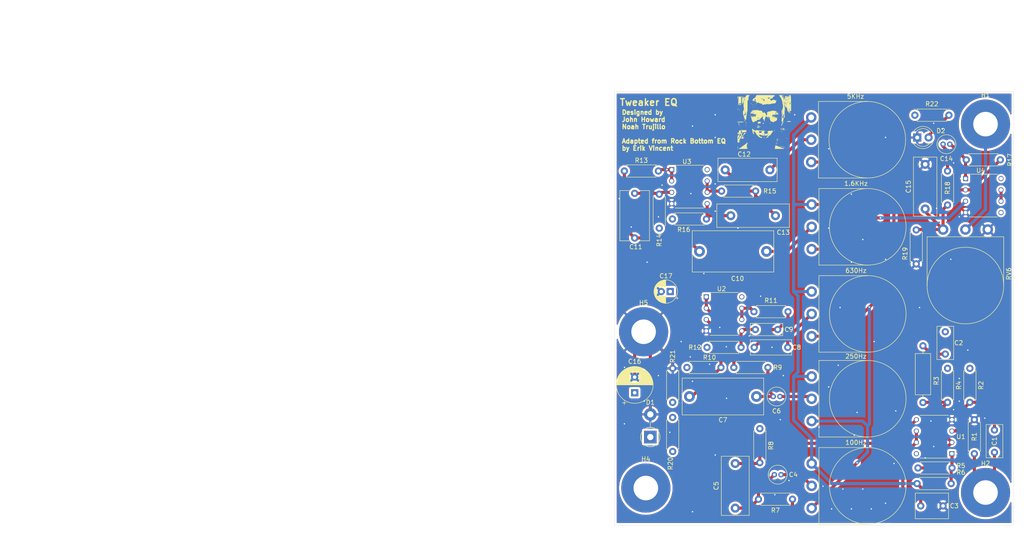
<source format=kicad_pcb>
(kicad_pcb (version 20240108) (generator "pcbnew") (generator_version "8.0")
  (layers (0 "F.Cu" power) (1 "In1.Cu" signal) (2 "In2.Cu" signal) (31 "B.Cu" power) (34 "B.Paste" user) (35 "F.Paste" user) (36 "B.SilkS" user "B.Silkscreen") (37 "F.SilkS" user "F.Silkscreen") (38 "B.Mask" user) (39 "F.Mask" user) (44 "Edge.Cuts" user))
  (net 0 "")
  (net 1 "/INPUT")
  (net 2 "Net-(U1A-+)")
  (net 3 "Net-(C2-Pad2)")
  (net 4 "+4.5V")
  (net 5 "GND")
  (net 6 "/CUT RAIL")
  (net 7 "Net-(C4-Pad2)")
  (net 8 "Net-(C4-Pad1)")
  (net 9 "Net-(U1B-+)")
  (net 10 "Net-(C6-Pad2)")
  (net 11 "Net-(C6-Pad1)")
  (net 12 "Net-(U2A-+)")
  (net 13 "Net-(C8-Pad1)")
  (net 14 "Net-(C8-Pad2)")
  (net 15 "Net-(U2B-+)")
  (net 16 "Net-(C10-Pad2)")
  (net 17 "Net-(C10-Pad1)")
  (net 18 "Net-(U3A-+)")
  (net 19 "Net-(C12-Pad1)")
  (net 20 "Net-(C12-Pad2)")
  (net 21 "Net-(U3B-+)")
  (net 22 "Net-(C14-Pad1)")
  (net 23 "Net-(C14-Pad2)")
  (net 24 "Net-(C15-Pad1)")
  (net 25 "+9V")
  (net 26 "/OUTPUT")
  (net 27 "Net-(U1A--)")
  (net 28 "Net-(R5-Pad2)")
  (net 29 "Net-(U1B--)")
  (net 30 "Net-(U2A--)")
  (net 31 "Net-(U2B--)")
  (net 32 "Net-(U3A--)")
  (net 33 "Net-(U3B--)")
  (net 34 "/BOOST RAIL")
  (net 36 "Net-(U4B--)")
  (net 37 "Net-(D2-A)")
  (footprint "Resistor_THT:R_Axial_DIN0207_L6.3mm_D2.5mm_P7.62mm_Horizontal" (layer "F.Cu") (at 169.06 42.5 180)
    (property "Reference" "R15" (at -3.19 0 0) (layer "F.SilkS"))
    (property "Value" "510")
    (pad "1" thru_hole circle (at 0 0 180) (size 1.6 1.6) (drill 0.8) (layers "*.Cu" "*.Mask") (net 20 "Net-(C12-Pad2)"))
    (pad "2" thru_hole oval (at 7.62 0 180) (size 1.6 1.6) (drill 0.8) (layers "*.Cu" "*.Mask") (net 33 "Net-(U3B--)"))
  )
  (footprint "Potentiometer_THT:Potentiometer_Omeg_PC16BU_Vertical" (layer "F.Cu") (at 181.6 94)
    (property "Reference" "250Hz" (at 9.9 -14.5 0) (layer "F.SilkS"))
    (property "Value" "250Hz")
    (pad "1" thru_hole circle (at 0 0) (size 2.34 2.34) (drill 1.3) (layers "*.Cu" "*.Mask") (net 34 "/BOOST RAIL"))
    (pad "2" thru_hole circle (at 0 -5) (size 2.34 2.34) (drill 1.3) (layers "*.Cu" "*.Mask") (net 11 "Net-(C6-Pad1)"))
    (pad "3" thru_hole circle (at 0 -10) (size 2.34 2.34) (drill 1.3) (layers "*.Cu" "*.Mask") (net 6 "/CUT RAIL"))
  )
  (footprint "Potentiometer_THT:Potentiometer_Omeg_PC16BU_Vertical" (layer "F.Cu") (at 181.6 113.5)
    (property "Reference" "100Hz" (at 9.915 -14.7 0) (layer "F.SilkS"))
    (property "Value" "100Hz")
    (pad "1" thru_hole circle (at 0 0) (size 2.34 2.34) (drill 1.3) (layers "*.Cu" "*.Mask") (net 34 "/BOOST RAIL"))
    (pad "2" thru_hole circle (at 0 -5) (size 2.34 2.34) (drill 1.3) (layers "*.Cu" "*.Mask") (net 8 "Net-(C4-Pad1)"))
    (pad "3" thru_hole circle (at 0 -10) (size 2.34 2.34) (drill 1.3) (layers "*.Cu" "*.Mask") (net 6 "/CUT RAIL"))
  )
  (footprint "Resistor_THT:R_Axial_DIN0207_L6.3mm_D2.5mm_P7.62mm_Horizontal" (layer "F.Cu") (at 218 93.69 -90)
    (property "Reference" "R1" (at 3.81 0 90) (layer "F.SilkS"))
    (property "Value" "2.2M")
    (pad "1" thru_hole circle (at 0 0 270) (size 1.6 1.6) (drill 0.8) (layers "*.Cu" "*.Mask") (net 5 "GND"))
    (pad "2" thru_hole oval (at 7.62 0 270) (size 1.6 1.6) (drill 0.8) (layers "*.Cu" "*.Mask") (net 1 "/INPUT"))
  )
  (footprint "Resistor_THT:R_Axial_DIN0207_L6.3mm_D2.5mm_P7.62mm_Horizontal" (layer "F.Cu") (at 165.81 77.5 180)
    (property "Reference" "R12" (at 10.31 0 0) (layer "F.SilkS"))
    (property "Value" "120K")
    (pad "1" thru_hole circle (at 0 0 180) (size 1.6 1.6) (drill 0.8) (layers "*.Cu" "*.Mask") (net 15 "Net-(U2B-+)"))
    (pad "2" thru_hole oval (at 7.62 0 180) (size 1.6 1.6) (drill 0.8) (layers "*.Cu" "*.Mask") (net 4 "+4.5V"))
  )
  (footprint "Resistor_THT:R_Axial_DIN0207_L6.3mm_D2.5mm_P7.62mm_Horizontal" (layer "F.Cu") (at 212 38 -90)
    (property "Reference" "R18" (at 3.81 0 90) (layer "F.SilkS"))
    (property "Value" "10K")
    (pad "1" thru_hole circle (at 0 0 270) (size 1.6 1.6) (drill 0.8) (layers "*.Cu" "*.Mask") (net 23 "Net-(C14-Pad2)"))
    (pad "2" thru_hole oval (at 7.62 0 270) (size 1.6 1.6) (drill 0.8) (layers "*.Cu" "*.Mask") (net 24 "Net-(C15-Pad1)"))
  )
  (footprint "Resistor_THT:R_Axial_DIN0207_L6.3mm_D2.5mm_P7.62mm_Horizontal" (layer "F.Cu") (at 170 103.31 90)
    (property "Reference" "R8" (at 3.81 2.5 90) (layer "F.SilkS"))
    (property "Value" "100K")
    (pad "1" thru_hole circle (at 0 0 90) (size 1.6 1.6) (drill 0.8) (layers "*.Cu" "*.Mask") (net 9 "Net-(U1B-+)"))
    (pad "2" thru_hole oval (at 7.62 0 90) (size 1.6 1.6) (drill 0.8) (layers "*.Cu" "*.Mask") (net 4 "+4.5V"))
  )
  (footprint "Resistor_THT:R_Axial_DIN0207_L6.3mm_D2.5mm_P7.62mm_Horizontal" (layer "F.Cu") (at 212 82.19 -90)
    (property "Reference" "R4" (at 3.81 -2.5 90) (layer "F.SilkS"))
    (property "Value" "10K")
    (pad "1" thru_hole circle (at 0 0 270) (size 1.6 1.6) (drill 0.8) (layers "*.Cu" "*.Mask") (net 4 "+4.5V"))
    (pad "2" thru_hole oval (at 7.62 0 270) (size 1.6 1.6) (drill 0.8) (layers "*.Cu" "*.Mask") (net 27 "Net-(U1A--)"))
  )
  (footprint "Resistor_THT:R_Axial_DIN0309_L9.0mm_D3.2mm_P12.70mm_Horizontal" (layer "F.Cu") (at 206.5 77.15 -90)
    (property "Reference" "R3" (at 7.85 -3 90) (layer "F.SilkS"))
    (property "Value" "1K")
    (pad "1" thru_hole circle (at 0 0 270) (size 1.6 1.6) (drill 0.8) (layers "*.Cu" "*.Mask") (net 3 "Net-(C2-Pad2)"))
    (pad "2" thru_hole oval (at 12.7 0 270) (size 1.6 1.6) (drill 0.8) (layers "*.Cu" "*.Mask") (net 27 "Net-(U1A--)"))
  )
  (footprint "Capacitor_THT:C_Rect_L18.0mm_W9.0mm_P15.00mm_FKS3_FKP3" (layer "F.Cu") (at 171.5 56 180)
    (property "Reference" "C10" (at 6.484 -6.096 0) (layer "F.SilkS"))
    (property "Value" "33nF")
    (pad "1" thru_hole circle (at 0 0 180) (size 2.4 2.4) (drill 1.2) (layers "*.Cu" "*.Mask") (net 17 "Net-(C10-Pad1)"))
    (pad "2" thru_hole circle (at 15 0 180) (size 2.4 2.4) (drill 1.2) (layers "*.Cu" "*.Mask") (net 16 "Net-(C10-Pad2)"))
  )
  (footprint "Capacitor_THT:CP_Radial_D8.0mm_P3.50mm" (layer "F.Cu") (at 142 87.652651 90)
    (property "Reference" "C16" (at 7 0 0) (layer "F.SilkS"))
    (property "Value" "100uF")
    (pad "1" thru_hole rect (at 0 0 90) (size 1.6 1.6) (drill 0.8) (layers "*.Cu" "*.Mask") (net 25 "+9V"))
    (pad "2" thru_hole circle (at 3.5 0 90) (size 1.6 1.6) (drill 0.8) (layers "*.Cu" "*.Mask") (net 5 "GND"))
  )
  (footprint "Resistor_THT:R_Axial_DIN0207_L6.3mm_D2.5mm_P7.62mm_Horizontal" (layer "F.Cu") (at 139.69 38)
    (property "Reference" "R13" (at 3.81 -2.37 0) (layer "F.SilkS"))
    (property "Value" "820")
    (pad "1" thru_hole circle (at 0 0) (size 1.6 1.6) (drill 0.8) (layers "*.Cu" "*.Mask") (net 16 "Net-(C10-Pad2)"))
    (pad "2" thru_hole oval (at 7.62 0) (size 1.6 1.6) (drill 0.8) (layers "*.Cu" "*.Mask") (net 32 "Net-(U3A--)"))
  )
  (footprint "Potentiometer_THT:Potentiometer_Omeg_PC16BU_Vertical" (layer "F.Cu") (at 181.6 55.5)
    (property "Reference" "1.6KHz" (at 9.915 -14.7 0) (layer "F.SilkS"))
    (property "Value" "1.6Khz")
    (pad "1" thru_hole circle (at 0 0) (size 2.34 2.34) (drill 1.3) (layers "*.Cu" "*.Mask") (net 34 "/BOOST RAIL"))
    (pad "2" thru_hole circle (at 0 -5) (size 2.34 2.34) (drill 1.3) (layers "*.Cu" "*.Mask") (net 17 "Net-(C10-Pad1)"))
    (pad "3" thru_hole circle (at 0 -10) (size 2.34 2.34) (drill 1.3) (layers "*.Cu" "*.Mask") (net 6 "/CUT RAIL"))
  )
  (footprint "Resistor_THT:R_Axial_DIN0207_L6.3mm_D2.5mm_P7.62mm_Horizontal" (layer "F.Cu") (at 205.38 104.5)
    (property "Reference" "R5" (at 9.62 -0.5 0) (layer "F.SilkS"))
    (property "Value" "10K")
    (pad "1" thru_hole circle (at 0 0) (size 1.6 1.6) (drill 0.8) (layers "*.Cu" "*.Mask") (net 27 "Net-(U1A--)"))
    (pad "2" thru_hole oval (at 7.62 0) (size 1.6 1.6) (drill 0.8) (layers "*.Cu" "*.Mask") (net 28 "Net-(R5-Pad2)"))
  )
  (footprint "Resistor_THT:R_Axial_DIN0207_L6.3mm_D2.5mm_P7.62mm_Horizontal" (layer "F.Cu") (at 169.69 111.5)
    (property "Reference" "R7" (at 3.81 2.5 0) (layer "F.SilkS"))
    (property "Value" "470")
    (pad "1" thru_hole circle (at 0 0) (size 1.6 1.6) (drill 0.8) (layers "*.Cu" "*.Mask") (net 7 "Net-(C4-Pad2)"))
    (pad "2" thru_hole oval (at 7.62 0) (size 1.6 1.6) (drill 0.8) (layers "*.Cu" "*.Mask") (net 29 "Net-(U1B--)"))
  )
  (footprint "TL072ACP:DIP794W45P254L959H508Q8" (layer "F.Cu") (at 209 97.5 180)
    (property "Reference" "U1" (at -6 0 0) (layer "F.SilkS"))
    (property "Value" "TL072")
    (pad "1" thru_hole rect (at -3.97 -3.81 180) (size 1.13 1.13) (drill 0.78) (layers "*.Cu" "*.Mask") (net 28 "Net-(R5-Pad2)"))
    (pad "2" thru_hole circle (at -3.97 -1.27 180) (size 1.13 1.13) (drill 0.78) (layers "*.Cu" "*.Mask") (net 27 "Net-(U1A--)"))
    (pad "3" thru_hole circle (at -3.97 1.27 180) (size 1.13 1.13) (drill 0.78) (layers "*.Cu" "*.Mask") (net 2 "Net-(U1A-+)"))
    (pad "4" thru_hole circle (at -3.97 3.81 180) (size 1.13 1.13) (drill 0.78) (layers "*.Cu" "*.Mask") (net 5 "GND"))
    (pad "5" thru_hole circle (at 3.97 3.81 180) (size 1.13 1.13) (drill 0.78) (layers "*.Cu" "*.Mask") (net 9 "Net-(U1B-+)"))
    (pad "6" thru_hole circle (at 3.97 1.27 180) (size 1.13 1.13) (drill 0.78) (layers "*.Cu" "*.Mask") (net 29 "Net-(U1B--)"))
    (pad "7" thru_hole circle (at 3.97 -1.27 180) (size 1.13 1.13) (drill 0.78) (layers "*.Cu" "*.Mask") (net 29 "Net-(U1B--)"))
    (pad "8" thru_hole circle (at 3.97 -3.81 180) (size 1.13 1.13) (drill 0.78) (layers "*.Cu" "*.Mask") (net 25 "+9V"))
  )
  (footprint "Resistor_THT:R_Axial_DIN0207_L6.3mm_D2.5mm_P7.62mm_Horizontal" (layer "F.Cu") (at 212.81 108 180)
    (property "Reference" "R6" (at -2.19 2.5 0) (layer "F.SilkS"))
    (property "Value" "10K")
    (pad "1" thru_hole circle (at 0 0 180) (size 1.6 1.6) (drill 0.8) (layers "*.Cu" "*.Mask") (net 28 "Net-(R5-Pad2)"))
    (pad "2" thru_hole oval (at 7.62 0 180) (size 1.6 1.6) (drill 0.8) (layers "*.Cu" "*.Mask") (net 6 "/CUT RAIL"))
  )
  (footprint "Resistor_THT:R_Axial_DIN0207_L6.3mm_D2.5mm_P7.62mm_Horizontal" (layer "F.Cu") (at 223.81 35.5 180)
    (property "Reference" "R17" (at -2.19 0 -90) (layer "F.SilkS"))
    (property "Value" "10K")
    (pad "1" thru_hole circle (at 0 0 180) (size 1.6 1.6) (drill 0.8) (layers "*.Cu" "*.Mask") (net 34 "/BOOST RAIL"))
    (pad "2" thru_hole oval (at 7.62 0 180) (size 1.6 1.6) (drill 0.8) (layers "*.Cu" "*.Mask") (net 22 "Net-(C14-Pad1)"))
  )
  (footprint "Capacitor_THT:C_Rect_L7.2mm_W3.5mm_P5.00mm_FKS2_FKP2_MKS2_MKP2" (layer "F.Cu") (at 211.5 74 -90)
    (property "Reference" "C2" (at 2.5 -3 180) (layer "F.SilkS"))
    (property "Value" "0.01uF")
    (pad "1" thru_hole circle (at 0 0 270) (size 1.6 1.6) (drill 0.8) (layers "*.Cu" "*.Mask") (net 4 "+4.5V"))
    (pad "2" thru_hole circle (at 5 0 270) (size 1.6 1.6) (drill 0.8) (layers "*.Cu" "*.Mask") (net 3 "Net-(C2-Pad2)"))
  )
  (footprint "TL072ACP:DIP794W45P254L959H508Q8" (layer "F.Cu") (at 220 43.5)
    (property "Reference" "U4" (at -0.565 -5.607 0) (layer "F.SilkS"))
    (property "Value" "TL072")
    (pad "1" thru_hole rect (at -3.97 -3.81) (size 1.13 1.13) (drill 0.78) (layers "*.Cu" "*.Mask") (net 22 "Net-(C14-Pad1)"))
    (pad "2" thru_hole circle (at -3.97 -1.27) (size 1.13 1.13) (drill 0.78) (layers "*.Cu" "*.Mask") (net 34 "/BOOST RAIL"))
    (pad "3" thru_hole circle (at -3.97 1.27) (size 1.13 1.13) (drill 0.78) (layers "*.Cu" "*.Mask") (net 6 "/CUT RAIL"))
    (pad "4" thru_hole circle (at -3.97 3.81) (size 1.13 1.13) (drill 0.78) (layers "*.Cu" "*.Mask") (net 5 "GND"))
    (pad "5" thru_hole circle (at 3.97 3.81) (size 1.13 1.13) (drill 0.78) (layers "*.Cu" "*.Mask"))
    (pad "6" thru_hole circle (at 3.97 1.27) (size 1.13 1.13) (drill 0.78) (layers "*.Cu" "*.Mask") (net 36 "Net-(U4B--)"))
    (pad "7" thru_hole circle (at 3.97 -1.27) (size 1.13 1.13) (drill 0.78) (layers "*.Cu" "*.Mask") (net 36 "Net-(U4B--)"))
    (pad "8" thru_hole circle (at 3.97 -3.81) (size 1.13 1.13) (drill 0.78) (layers "*.Cu" "*.Mask") (net 25 "+9V"))
  )
  (footprint "Capacitor_THT:C_Rect_L9.0mm_W3.2mm_P7.50mm_MKT" (layer "F.Cu") (at 176.25 77.5 180)
    (property "Reference" "C8" (at -2 0 0) (layer "F.SilkS"))
    (property "Value" "220nF")
    (pad "1" thru_hole circle (at 0 0 180) (size 1.6 1.6) (drill 0.8) (layers "*.Cu" "*.Mask") (net 13 "Net-(C8-Pad1)"))
    (pad "2" thru_hole circle (at 7.5 0 180) (size 1.6 1.6) (drill 0.8) (layers "*.Cu" "*.Mask") (net 14 "Net-(C8-Pad2)"))
  )
  (footprint "Resistor_THT:R_Axial_DIN0207_L6.3mm_D2.5mm_P7.62mm_Horizontal" (layer "F.Cu") (at 171.81 82 180)
    (property "Reference" "R9" (at -2.19 0 0) (layer "F.SilkS"))
    (property "Value" "470")
    (pad "1" thru_hole circle (at 0 0 180) (size 1.6 1.6) (drill 0.8) (layers "*.Cu" "*.Mask") (net 10 "Net-(C6-Pad2)"))
    (pad "2" thru_hole oval (at 7.62 0 180) (size 1.6 1.6) (drill 0.8) (layers "*.Cu" "*.Mask") (net 30 "Net-(U2A--)"))
  )
  (footprint "Resistor_THT:R_Axial_DIN0207_L6.3mm_D2.5mm_P7.62mm_Horizontal" (layer "F.Cu") (at 158.06 48.75 180)
    (property "Reference" "R16" (at 5.06 -2.37 0) (layer "F.SilkS"))
    (property "Value" "100K")
    (pad "1" thru_hole circle (at 0 0 180) (size 1.6 1.6) (drill 0.8) (layers "*.Cu" "*.Mask") (net 21 "Net-(U3B-+)"))
    (pad "2" thru_hole oval (at 7.62 0 180) (size 1.6 1.6) (drill 0.8) (layers "*.Cu" "*.Mask") (net 4 "+4.5V"))
  )
  (footprint "Resistor_THT:R_Axial_DIN0207_L6.3mm_D2.5mm_P7.62mm_Horizontal" (layer "F.Cu") (at 205 58.81 90)
    (property "Reference" "R19" (at 2.31 -2.5 90) (layer "F.SilkS"))
    (property "Value" "10K")
    (pad "1" thru_hole circle (at 0 0 90) (size 1.6 1.6) (drill 0.8) (layers "*.Cu" "*.Mask") (net 5 "GND"))
    (pad "2" thru_hole oval (at 7.62 0 90) (size 1.6 1.6) (drill 0.8) (layers "*.Cu" "*.Mask") (net 24 "Net-(C15-Pad1)"))
  )
  (footprint "Capacitor_THT:C_Radial_D4.0mm_H7.0mm_P1.50mm" (layer "F.Cu") (at 174.5 88.5 180)
    (property "Reference" "C6" (at 0.75 -3.25 0) (layer "F.SilkS"))
    (property "Value" "1uF")
    (pad "1" thru_hole circle (at 0 0 180) (size 1.2 1.2) (drill 0.6) (layers "*.Cu" "*.Mask") (net 11 "Net-(C6-Pad1)"))
    (pad "2" thru_hole circle (at 1.5 0 180) (size 1.2 1.2) (drill 0.6) (layers "*.Cu" "*.Mask") (net 10 "Net-(C6-Pad2)"))
  )
  (footprint "MountingHole:MountingHole_5.5mm_Pad" (layer "F.Cu") (at 220.5 27.5)
    (property "Reference" "H1" (at 0 -6.5 0) (layer "F.SilkS"))
    (property "Value" "Output Hole")
    (pad "1" thru_hole circle (at 0 0) (size 11 11) (drill 5.5) (layers "*.Cu" "*.Mask") (net 26 "/OUTPUT"))
  )
  (footprint "Resistor_THT:R_Axial_DIN0207_L6.3mm_D2.5mm_P7.62mm_Horizontal" (layer "F.Cu") (at 212.31 25.5 180)
    (property "Reference" "R22" (at 3.81 2.5 0) (layer "F.SilkS"))
    (property "Value" "150")
    (pad "1" thru_hole circle (at 0 0 180) (size 1.6 1.6) (drill 0.8) (layers "*.Cu" "*.Mask") (net 37 "Net-(D2-A)"))
    (pad "2" thru_hole oval (at 7.62 0 180) (size 1.6 1.6) (drill 0.8) (layers "*.Cu" "*.Mask") (net 4 "+4.5V"))
  )
  (footprint "MountingHole:MountingHole_5.5mm_Pad" (layer "F.Cu") (at 220.5 110)
    (property "Reference" "H2" (at 0 -6.5 0) (layer "F.SilkS"))
    (property "Value" "Input Hole")
    (pad "1" thru_hole circle (at 0 0) (size 11 11) (drill 5.5) (layers "*.Cu" "*.Mask") (net 1 "/INPUT"))
  )
  (footprint "Capacitor_THT:C_Radial_D4.0mm_H7.0mm_P1.50mm" (layer "F.Cu") (at 212.5 32 180)
    (property "Reference" "C14" (at 0.75 -3.25 0) (layer "F.SilkS"))
    (property "Value" "1uF")
    (pad "1" thru_hole circle (at 0 0 180) (size 1.2 1.2) (drill 0.6) (layers "*.Cu" "*.Mask") (net 22 "Net-(C14-Pad1)"))
    (pad "2" thru_hole circle (at 1.5 0 180) (size 1.2 1.2) (drill 0.6) (layers "*.Cu" "*.Mask") (net 23 "Net-(C14-Pad2)"))
  )
  (footprint "Capacitor_THT:C_Rect_L11.0mm_W6.4mm_P10.00mm_MKT" (layer "F.Cu") (at 142 53 90)
    (property "Reference" "C11" (at -2 0.25 180) (layer "F.SilkS"))
    (property "Value" "3.3nF")
    (pad "1" thru_hole circle (at 0 0 90) (size 1.6 1.6) (drill 0.8) (layers "*.Cu" "*.Mask") (net 16 "Net-(C10-Pad2)"))
    (pad "2" thru_hole circle (at 10 0 90) (size 1.6 1.6) (drill 0.8) (layers "*.Cu" "*.Mask") (net 18 "Net-(U3A-+)"))
  )
  (footprint "LOGO" (layer "F.Cu") (at 171 27)
    (property "Reference" "G***" (hide yes))
    (property "Value" "LOGO" (hide yes))
  )
  (footprint "Capacitor_THT:C_Rect_L13.0mm_W5.0mm_P10.00mm_FKS3_FKP3_MKS4" (layer "F.Cu") (at 207 46.5 90)
    (property "Reference" "C15" (at 5 -3.75 90) (layer "F.SilkS"))
    (property "Value" "0.01uF")
    (pad "1" thru_hole circle (at 0 0 90) (size 2 2) (drill 1) (layers "*.Cu" "*.Mask") (net 24 "Net-(C15-Pad1)"))
    (pad "2" thru_hole circle (at 10 0 90) (size 2 2) (drill 1) (layers "*.Cu" "*.Mask") (net 5 "GND"))
  )
  (footprint "Capacitor_THT:C_Rect_L18.0mm_W8.0mm_P15.00mm_FKS3_FKP3" (layer "F.Cu") (at 169.25 88.5 180)
    (property "Reference" "C7" (at 7.5 -5.25 0) (layer "F.SilkS"))
    (property "Value" "6.8nF")
    (pad "1" thru_hole circle (at 0 0 180) (size 2.4 2.4) (drill 1.2) (layers "*.Cu" "*.Mask") (net 10 "Net-(C6-Pad2)"))
    (pad "2" thru_hole circle (at 15 0 180) (size 2.4 2.4) (drill 1.2) (layers "*.Cu" "*.Mask") (net 12 "Net-(U2A-+)"))
  )
  (footprint "TL072ACP:DIP794W45P254L959H508Q8" (layer "F.Cu") (at 154.25 41.5)
    (property "Reference" "U3" (at -0.565 -5.607 0) (layer "F.SilkS"))
    (property "Value" "TL072")
    (pad "1" thru_hole rect (at -3.97 -3.81) (size 1.13 1.13) (drill 0.78) (layers "*.Cu" "*.Mask") (net 32 "Net-(U3A--)"))
    (pad "2" thru_hole circle (at -3.97 -1.27) (size 1.13 1.13) (drill 0.78) (layers "*.Cu" "*.Mask") (net 32 "Net-(U3A--)"))
    (pad "3" thru_hole circle (at -3.97 1.27) (size 1.13 1.13) (drill 0.78) (layers "*.Cu" "*.Mask") (net 18 "Net-(U3A-+)"))
    (pad "4" thru_hole circle (at -3.97 3.81) (size 1.13 1.13) (drill 0.78) (layers "*.Cu" "*.Mask") (net 5 "GND"))
    (pad "5" thru_hole circle (at 3.97 3.81) (size 1.13 1.13) (drill 0.78) (layers "*.Cu" "*.Mask") (net 21 "Net-(U3B-+)"))
    (pad "6" thru_hole circle (at 3.97 1.27) (size 1.13 1.13) (drill 0.78) (layers "*.Cu" "*.Mask") (net 33 "Net-(U3B--)"))
    (pad "7" thru_hole circle (at 3.97 -1.27) (size 1.13 1.13) (drill 0.78) (layers "*.Cu" "*.Mask") (net 33 "Net-(U3B--)"))
    (pad "8" thru_hole circle (at 3.97 -3.81) (size 1.13 1.13) (drill 0.78) (layers "*.Cu" "*.Mask") (net 25 "+9V"))
  )
  (footprint "Potentiometer_THT:Potentiometer_Omeg_PC16BU_Vertical" (layer "F.Cu") (at 181.5 36)
    (property "Reference" "5KHz" (at 9.915 -14.7 0) (layer "F.SilkS"))
    (property "Value" "5Khz")
    (pad "1" thru_hole circle (at 0 0) (size 2.34 2.34) (drill 1.3) (layers "*.Cu" "*.Mask") (net 34 "/BOOST RAIL"))
    (pad "2" thru_hole circle (at 0 -5) (size 2.34 2.34) (drill 1.3) (layers "*.Cu" "*.Mask") (net 19 "Net-(C12-Pad1)"))
    (pad "3" thru_hole circle (at 0 -10) (size 2.34 2.34) (drill 1.3) (layers "*.Cu" "*.Mask") (net 6 "/CUT RAIL"))
  )
  (footprint "Resistor_THT:R_Axial_DIN0207_L6.3mm_D2.5mm_P7.62mm_Horizontal" (layer "F.Cu") (at 217 89.81 90)
    (property "Reference" "R2" (at 3.81 2.5 90) (layer "F.SilkS"))
    (property "Value" "470K")
    (pad "1" thru_hole circle (at 0 0 90) (size 1.6 1.6) (drill 0.8) (layers "*.Cu" "*.Mask") (net 2 "Net-(U1A-+)"))
    (pad "2" thru_hole oval (at 7.62 0 90) (size 1.6 1.6) (drill 0.8) (layers "*.Cu" "*.Mask") (net 4 "+4.5V"))
  )
  (footprint "Resistor_THT:R_Axial_DIN0207_L6.3mm_D2.5mm_P7.62mm_Horizontal" (layer "F.Cu") (at 147.5 43.19 -90)
    (property "Reference" "R14" (at 10.31 0 90) (layer "F.SilkS"))
    (property "Value" "100K")
    (pad "1" thru_hole circle (at 0 0 270) (size 1.6 1.6) (drill 0.8) (layers "*.Cu" "*.Mask") (net 18 "Net-(U3A-+)"))
    (pad "2" thru_hole oval (at 7.62 0 270) (size 1.6 1.6) (drill 0.8) (layers "*.Cu" "*.Mask") (net 4 "+4.5V"))
  )
  (footprint "MountingHole:MountingHole_5.5mm_Pad" (layer "F.Cu") (at 144.5 109)
    (property "Reference" "H4" (at 0 -6.5 0) (layer "F.SilkS"))
    (property "Value" "+9V Hole")
    (pad "1" thru_hole circle (at 0 0) (size 11 11) (drill 5.5) (layers "*.Cu" "*.Mask") (net 25 "+9V"))
  )
  (footprint "Resistor_THT:R_Axial_DIN0207_L6.3mm_D2.5mm_P7.62mm_Horizontal" (layer "F.Cu") (at 161.31 82 180)
    (property "Reference" "R10" (at 2.56 2.25 0) (layer "F.SilkS"))
    (property "Value" "120K")
    (pad "1" thru_hole circle (at 0 0 180) (size 1.6 1.6) (drill 0.8) (layers "*.Cu" "*.Mask") (net 12 "Net-(U2A-+)"))
    (pad "2" thru_hole oval (at 7.62 0 180) (size 1.6 1.6) (drill 0.8) (layers "*.Cu" "*.Mask") (net 4 "+4.5V"))
  )
  (footprint "Resistor_THT:R_Axial_DIN0207_L6.3mm_D2.5mm_P7.62mm_Horizontal" (layer "F.Cu") (at 150.5 89.81 90)
    (property "Reference" "R21" (at 10.31 0 90) (layer "F.SilkS"))
    (property "Value" "47K")
    (pad "1" thru_hole circle (at 0 0 90) (size 1.6 1.6) (drill 0.8) (layers "*.Cu" "*.Mask") (net 4 "+4.5V"))
    (pad "2" thru_hole oval (at 7.62 0 90) (size 1.6 1.6) (drill 0.8) (layers "*.Cu" "*.Mask") (net 5 "GND"))
  )
  (footprint "Capacitor_THT:C_Rect_L7.2mm_W3.5mm_P5.00mm_FKS2_FKP2_MKS2_MKP2" (layer "F.Cu") (at 222.5 101 90)
    (property "Reference" "C1" (at 2.5 0 90) (layer "F.SilkS"))
    (property "Value" "0.01uF")
    (pad "1" thru_hole circle (at 0 0 90) (size 1.6 1.6) (drill 0.8) (layers "*.Cu" "*.Mask") (net 1 "/INPUT"))
    (pad "2" thru_hole circle (at 5 0 90) (size 1.6 1.6) (drill 0.8) (layers "*.Cu" "*.Mask") (net 2 "Net-(U1A-+)"))
  )
  (footprint "Potentiometer_THT:Potentiometer_Omeg_PC16BU_Vertical" (layer "F.Cu") (at 211 51.1 -90)
    (property "Reference" "RV6" (at 9.915 -14.7 90) (layer "F.SilkS"))
    (property "Value" "Volume")
    (pad "1" thru_hole circle (at 0 0 270) (size 2.34 2.34) (drill 1.3) (layers "*.Cu" "*.Mask") (net 24 "Net-(C15-Pad1)"))
    (pad "2" thru_hole circle (at 0 -5 270) (size 2.34 2.34) (drill 1.3) (layers "*.Cu" "*.Mask") (net 26 "/OUTPUT"))
    (pad "3" thru_hole circle (at 0 -10 270) (size 2.34 2.34) (drill 1.3) (layers "*.Cu" "*.Mask") (net 5 "GND"))
  )
  (footprint "TL072ACP:DIP794W45P254L959H508Q8" (layer "F.Cu") (at 162 70)
    (property "Reference" "U2" (at -0.565 -5.607 0) (layer "F.SilkS"))
    (property "Value" "TL072")
    (pad "1" thru_hole rect (at -3.97 -3.81) (size 1.13 1.13) (drill 0.78) (layers "*.Cu" "*.Mask") (net 30 "Net-(U2A--)"))
    (pad "2" thru_hole circle (at -3.97 -1.27) (size 1.13 1.13) (drill 0.78) (layers "*.Cu" "*.Mask") (net 30 "Net-(U2A--)"))
    (pad "3" thru_hole circle (at -3.97 1.27) (size 1.13 1.13) (drill 0.78) (layers "*.Cu" "*.Mask") (net 12 "Net-(U2A-+)"))
    (pad "4" thru_hole circle (at -3.97 3.81) (size 1.13 1.13) (drill 0.78) (layers "*.Cu" "*.Mask") (net 5 "GND"))
    (pad "5" thru_hole circle (at 3.97 3.81) (size 1.13 1.13) (drill 0.78) (layers "*.Cu" "*.Mask") (net 15 "Net-(U2B-+)"))
    (pad "6" thru_hole circle (at 3.97 1.27) (size 1.13 1.13) (drill 0.78) (layers "*.Cu" "*.Mask") (net 31 "Net-(U2B--)"))
    (pad "7" thru_hole circle (at 3.97 -1.27) (size 1.13 1.13) (drill 0.78) (layers "*.Cu" "*.Mask") (net 31 "Net-(U2B--)"))
    (pad "8" thru_hole circle (at 3.97 -3.81) (size 1.13 1.13) (drill 0.78) (layers "*.Cu" "*.Mask") (net 25 "+9V"))
  )
  (footprint "Capacitor_THT:C_Rect_L13.0mm_W5.0mm_P10.00mm_FKS3_FKP3_MKS4" (layer "F.Cu") (at 172.25 37.75 180)
    (property "Reference" "C12" (at 5.75 3.5 0) (layer "F.SilkS"))
    (property "Value" "22nF")
    (pad "1" thru_hole circle (at 0 0 180) (size 2 2) (drill 1) (layers "*.Cu" "*.Mask") (net 19 "Net-(C12-Pad1)"))
    (pad "2" thru_hole circle (at 10 0 180) (size 2 2) (drill 1) (layers "*.Cu" "*.Mask") (net 20 "Net-(C12-Pad2)"))
  )
  (footprint "MountingHole:MountingHole_5.5mm_Pad" (layer "F.Cu") (at 144 74)
    (property "Reference" "H5" (at 0 -6.5 0) (layer "F.SilkS"))
    (property "Value" "GND Hole")
    (pad "1" thru_hole circle (at 0 0) (size 11 11) (drill 5.5) (layers "*.Cu" "*.Mask") (net 5 "GND"))
  )
  (footprint "Diode_THT:D_5W_P5.08mm_Vertical_AnodeUp" (layer "F.Cu") (at 145.5 97.58 90)
    (property "Reference" "D1" (at 7.760051 0 0) (layer "F.SilkS"))
    (property "Value" "1N4001")
    (pad "1" thru_hole rect (at 0 0 90) (size 2.8 2.8) (drill 1.4) (layers "*.Cu" "*.Mask") (net 25 "+9V"))
    (pad "2" thru_hole oval (at 5.08 0 90) (size 2.8 2.8) (drill 1.4) (layers "*.Cu" "*.Mask") (net 5 "GND"))
  )
  (footprint "Potentiometer_THT:Potentiometer_Omeg_PC16BU_Vertical" (layer "F.Cu") (at 181.6 75)
    (property "Reference" "630Hz" (at 9.915 -14.7 0) (layer "F.SilkS"))
    (property "Value" "630Hz")
    (pad "1" thru_hole circle (at 0 0) (size 2.34 2.34) (drill 1.3) (layers "*.Cu" "*.Mask") (net 34 "/BOOST RAIL"))
    (pad "2" thru_hole circle (at 0 -5) (size 2.34 2.34) (drill 1.3) (layers "*.Cu" "*.Mask") (net 13 "Net-(C8-Pad1)"))
    (pad "3" thru_hole circle (at 0 -10) (size 2.34 2.34) (drill 1.3) (layers "*.Cu" "*.Mask") (net 6 "/CUT RAIL"))
  )
  (footprint "Capacitor_THT:C_Rect_L7.2mm_W5.5mm_P5.00mm_FKS2_FKP2_MKS2_MKP2" (layer "F.Cu") (at 206 113)
    (property "Reference" "C3" (hide yes))
    (property "Value" "150pF")
    (pad "1" thru_hole circle (at 0 0) (size 1.6 1.6) (drill 0.8) (layers "*.Cu" "*.Mask") (net 6 "/CUT RAIL"))
    (pad "2" thru_hole circle (at 5 0) (size 1.6 1.6) (drill 0.8) (layers "*.Cu" "*.Mask") (net 5 "GND"))
  )
  (footprint "Capacitor_THT:C_Rect_L7.0mm_W2.5mm_P5.00mm" (layer "F.Cu") (at 174 73.5 180)
    (property "Reference" "C9" (at -2.5 0 0) (layer "F.SilkS"))
    (property "Value" "4.7nF")
    (pad "1" thru_hole circle (at 0 0 180) (size 1.6 1.6) (drill 0.8) (layers "*.Cu" "*.Mask") (net 14 "Net-(C8-Pad2)"))
    (pad "2" thru_hole circle (at 5 0 180) (size 1.6 1.6) (drill 0.8) (layers "*.Cu" "*.Mask") (net 15 "Net-(U2B-+)"))
  )
  (footprint "LED_THT:LED_D4.0mm" (layer "F.Cu") (at 205.225 30.5)
    (property "Reference" "D2" (at 5.275 -1.5 0) (layer "F.SilkS"))
    (property "Value" "LED")
    (pad "1" thru_hole rect (at 0 0) (size 1.8 1.8) (drill 0.9) (layers "*.Cu" "*.Mask") (net 5 "GND"))
    (pad "2" thru_hole circle (at 2.54 0) (size 1.8 1.8) (drill 0.9) (layers "*.Cu" "*.Mask") (net 37 "Net-(D2-A)"))
  )
  (footprint "Capacitor_THT:C_Rect_L13.0mm_W6.0mm_P10.00mm_FKS3_FKP3_MKS4" (layer "F.Cu") (at 164.5 113.5 90)
    (property "Reference" "C5" (at 5 -4.25 90) (layer "F.SilkS"))
    (property "Value" "47nF")
    (pad "1" thru_hole circle (at 0 0 90) (size 2 2) (drill 1) (layers "*.Cu" "*.Mask") (net 7 "Net-(C4-Pad2)"))
    (pad "2" thru_hole circle (at 10 0 90) (size 2 2) (drill 1) (layers "*.Cu" "*.Mask") (net 9 "Net-(U1B-+)"))
  )
  (footprint "Resistor_THT:R_Axial_DIN0207_L6.3mm_D2.5mm_P7.62mm_Horizontal" (layer "F.Cu") (at 150.5 100.81 90)
    (property "Reference" "R20" (at -2.69 -0.5 90) (layer "F.SilkS"))
    (property "Value" "47K")
    (pad "1" thru_hole circle (at 0 0 90) (size 1.6 1.6) (drill 0.8) (layers "*.Cu" "*.Mask") (net 25 "+9V"))
    (pad "2" thru_hole oval (at 7.62 0 90) (size 1.6 1.6) (drill 0.8) (layers "*.Cu" "*.Mask") (net 4 "+4.5V"))
  )
  (footprint "Resistor_THT:R_Axial_DIN0207_L6.3mm_D2.5mm_P7.62mm_Horizontal" (layer "F.Cu") (at 176.31 69.5 180)
    (property "Reference" "R11" (at 3.81 2.5 0) (layer "F.SilkS"))
    (property "Value" "510")
    (pad "1" thru_hole circle (at 0 0 180) (size 1.6 1.6) (drill 0.8) (layers "*.Cu" "*.Mask") (net 14 "Net-(C8-Pad2)"))
    (pad "2" thru_hole oval (at 7.62 0 180) (size 1.6 1.6) (drill 0.8) (layers "*.Cu" "*.Mask") (net 31 "Net-(U2B--)"))
  )
  (footprint "Capacitor_THT:C_Disc_D16.0mm_W5.0mm_P10.00mm" (layer "F.Cu") (at 173.5 48 180)
    (property "Reference" "C13" (at -1.75 -3.75 0) (layer "F.SilkS"))
    (property "Value" "680pF")
    (pad "1" thru_hole circle (at 0 0 180) (size 2 2) (drill 1) (layers "*.Cu" "*.Mask") (net 20 "Net-(C12-Pad2)"))
    (pad "2" thru_hole circle (at 10 0 180) (size 2 2) (drill 1) (layers "*.Cu" "*.Mask") (net 21 "Net-(U3B-+)"))
  )
  (footprint "Capacitor_THT:CP_Radial_D5.0mm_P2.00mm" (layer "F.Cu") (at 149.955113 65 180)
    (property "Reference" "C17" (at 0.955113 3.5 0) (layer "F.SilkS"))
    (property "Value" "47uF")
    (pad "1" thru_hole rect (at 0 0 180) (size 1.6 1.6) (drill 0.8) (layers "*.Cu" "*.Mask") (net 4 "+4.5V"))
    (pad "2" thru_hole circle (at 2 0 180) (size 1.6 1.6) (drill 0.8) (layers "*.Cu" "*.Mask") (net 5 "GND"))
  )
  (footprint "Capacitor_THT:C_Radial_D4.0mm_H7.0mm_P1.50mm" (layer "F.Cu") (at 174.75 106 180)
    (property "Reference" "C4" (at -2.75 0 0) (layer "F.SilkS"))
    (property "Value" "1uF")
    (pad "1" thru_hole circle (at 0 0 180) (size 1.2 1.2) (drill 0.6) (layers "*.Cu" "*.Mask") (net 8 "Net-(C4-Pad1)"))
    (pad "2" thru_hole circle (at 1.5 0 180) (size 1.2 1.2) (drill 0.6) (layers "*.Cu" "*.Mask") (net 7 "Net-(C4-Pad2)"))
  )
  (gr_rect (start 137.5 20.18) (end 226.8 117.318) (stroke (width 0.05)) (fill none) (layer "Edge.Cuts"))
  (gr_text "Designed by\nJohn Howard\nNoah Trujillo\n\nAdapted from Rock Bottom EQ\nby Erik Vincent" (at 139 33.5 0) (layer "F.SilkS") (effects (font (size 1 1) (thickness 0.25) (bold yes)) (justify left bottom)))
  (gr_text "C3" (at 213.5 113 0) (layer "F.SilkS") (effects (font (size 1 1))))
  (gr_text "Tweaker EQ" (at 138.5 23.5 0) (layer "F.SilkS") (effects (font (size 1.5 1.5) (thickness 0.3) (bold yes)) (justify left bottom)))
  (segment (start 218 107.5) (end 220.5 110) (width 0.7) (layer "F.Cu") (net 1))
  (segment (start 222.5 108) (end 222.5 101) (width 0.7) (layer "F.Cu") (net 1))
  (segment (start 218 101.31) (end 218 107.5) (width 0.7) (layer "F.Cu") (net 1))
  (segment (start 220.5 110) (end 222.5 108) (width 0.7) (layer "F.Cu") (net 1))
  (segment (start 222.5 93) (end 219.31 89.81) (width 0.7) (layer "F.Cu") (net 2))
  (segment (start 213.77 96.23) (end 215 95) (width 0.7) (layer "F.Cu") (net 2))
  (segment (start 212.97 96.23) (end 213.77 96.23) (width 0.7) (layer "F.Cu") (net 2))
  (segment (start 222.5 96) (end 222.5 93) (width 0.7) (layer "F.Cu") (net 2))
  (segment (start 215 91.81) (end 217 89.81) (width 0.7) (layer "F.Cu") (net 2))
  (segment (start 219.31 89.81) (end 217 89.81) (width 0.7) (layer "F.Cu") (net 2))
  (segment (start 215 95) (end 215 91.81) (width 0.7) (layer "F.Cu") (net 2))
  (segment (start 208.35 79) (end 206.5 77.15) (width 0.7) (layer "F.Cu") (net 3))
  (segment (start 211.5 79) (end 208.35 79) (width 0.7) (layer "F.Cu") (net 3))
  (segment (start 150.5 80.5) (end 144 74) (width 0.7) (layer "F.Cu") (net 5))
  (segment (start 142 76) (end 144 74) (width 0.7) (layer "F.Cu") (net 5))
  (segment (start 145.5 92.5) (end 145.5 75.5) (width 0.7) (layer "F.Cu") (net 5))
  (segment (start 142 84.152651) (end 142 76) (width 0.7) (layer "F.Cu") (net 5))
  (segment (start 150.5 82.19) (end 150.5 80.5) (width 0.7) (layer "F.Cu") (net 5))
  (segment (start 145.5 75.5) (end 144 74) (width 0.7) (layer "F.Cu") (net 5))
  (via (at 191.77 92.075) (size 0.6) (drill 0.3) (layers "F.Cu" "B.Cu") (net 5))
  (via (at 190.5 43.18) (size 0.6) (drill 0.3) (layers "F.Cu" "B.Cu") (net 5))
  (via (at 154.559 43.053) (size 0.6) (drill 0.3) (layers "F.Cu" "B.Cu") (net 5))
  (via (at 167.64 74.93) (size 0.6) (drill 0.3) (layers "F.Cu" "B.Cu") (net 5))
  (via (at 213.36 91.44) (size 0.6) (drill 0.3) (layers "F.Cu" "B.Cu") (net 5))
  (via (at 187.546552 81.506785) (size 0.6) (drill 0.3) (layers "F.Cu" "B.Cu") (net 5))
  (via (at 149.86 96.52) (size 0.6) (drill 0.3) (layers "F.Cu" "B.Cu") (net 5))
  (via (at 160.02 101.6) (size 0.6) (drill 0.3) (layers "F.Cu" "B.Cu") (net 5))
  (via (at 139.7 94.615) (size 0.6) (drill 0.3) (layers "F.Cu" "B.Cu") (net 5))
  (via (at 172.72 77.47) (size 0.6) (drill 0.3) (layers "F.Cu" "B.Cu") (net 5))
  (via (at 160.02 30.48) (size 0.6) (drill 0.3) (layers "F.Cu" "B.Cu") (net 5))
  (via (at 173.355 110.49) (size 0.6) (drill 0.3) (layers "F.Cu" "B.Cu") (net 5))
  (via (at 154.432 79.629) (size 0.6) (drill 0.3) (layers "F.Cu" "B.Cu") (net 5))
  (via (at 162.56 88.9) (size 0.6) (drill 0.3) (layers "F.Cu" "B.Cu") (net 5))
  (via (at 185.42 50.8) (size 0.6) (drill 0.3) (layers "F.Cu" "B.Cu") (net 5))
  (via (at 177.8 25.4) (size 0.6) (drill 0.3) (layers "F.Cu" "B.Cu") (net 5))
  (via (at 193.04 53.34) (size 0.6) (drill 0.3) (layers "F.Cu" "B.Cu") (net 5))
  (via (at 212.725 57.785) (size 0.6) (drill 0.3) (layers "F.Cu" "B.Cu") (net 5))
  (via (at 207.01 102.235) (size 0.6) (drill 0.3) (layers "F.Cu" "B.Cu") (net 5))
  (via (at 185.42 86.36) (size 0.6) (drill 0.3) (layers "F.Cu" "B.Cu") (net 5))
  (via (at 176.53 107.315) (size 0.6) (drill 0.3) (layers "F.Cu" "B.Cu") (net 5))
  (via (at 160.009532 40.887719) (size 0.6) (drill 0.3) (layers "F.Cu" "B.Cu") (net 5))
  (via (at 198.12 112.395) (size 0.6) (drill 0.3) (layers "F.Cu" "B.Cu") (net 5))
  (via (at 209.55 46.355) (size 0.6) (drill 0.3) (layers "F.Cu" "B.Cu") (net 5))
  (via (at 214.63 84.455) (size 0.6) (drill 0.3) (layers "F.Cu" "B.Cu") (net 5))
  (via (at 176.53 73.152) (size 0.6) (drill 0.3) (layers "F.Cu" "B.Cu") (net 5))
  (via (at 184.15 108.585) (size 0.6) (drill 0.3) (layers "F.Cu" "B.Cu") (net 5))
  (via (at 208.915 99.695) (size 0.6) (drill 0.3) (layers "F.Cu" "B.Cu") (net 5))
  (via (at 148.138173 41.156373) (size 0.6) (drill 0.3) (layers "F.Cu" "B.Cu") (net 5))
  (via (at 213.36 36.195) (size 0.6) (drill 0.3) (layers "F.Cu" "B.Cu") (net 5))
  (via (at 214.63 89.535) (size 0.6) (drill 0.3) (layers "F.Cu" "B.Cu") (net 5))
  (via (at 205.74 68.58) (size 0.6) (drill 0.3) (layers "F.Cu" "B.Cu") (net 5))
  (via (at 144.78 58.42) (size 0.6) (drill 0.3) (layers "F.Cu" "B.Cu") (net 5))
  (via (at 138.557 44.196) (size 0.6) (drill 0.3) (layers "F.Cu" "B.Cu") (net 5))
  (via (at 183.25967 95.358791) (size 0.6) (drill 0.3) (layers "F.Cu" "B.Cu") (net 5))
  (via (at 200.025 103.505) (size 0.6) (drill 0.3) (layers "F.Cu" "B.Cu") (net 5))
  (via (at 220.345 93.345) (size 0.6) (drill 0.3) (layers "F.Cu" "B.Cu") (net 5))
  (via (at 198.12 57.785) (size 0.6) (drill 0.3) (layers "F.Cu" "B.Cu") (net 5))
  (via (at 190.5 58.42) (size 0.6) (drill 0.3) (layers "F.Cu" "B.Cu") (net 5))
  (via (at 154.94 114.3) (size 0.6) (drill 0.3) (layers "F.Cu" "B.Cu") (net 5))
  (via (at 165.1 50.8) (size 0.6) (drill 0.3) (layers "F.Cu" "B.Cu") (net 5))
  (via (at 208.28 93.98) (size 0.6) (drill 0.3) (layers "F.Cu" "B.Cu") (net 5))
  (via (at 144.134532 82.448818) (size 0.6) (drill 0.3) (layers "F.Cu" "B.Cu") (net 5))
  (via (at 208.915 27.305) (size 0.6) (drill 0.3) (layers "F.Cu" "B.Cu") (net 5))
  (via (at 187.96 68.58) (size 0.6) (drill 0.3) (layers "F.Cu" "B.Cu") (net 5))
  (via (at 156.083 77.47) (size 0.6) (drill 0.3) (layers "F.Cu" "B.Cu") (net 5))
  (via (at 216.535 78.105) (size 0.6) (drill 0.3) (layers "F.Cu" "B.Cu") (net 5))
  (via (at 161.036 73.025) (size 0.6) (drill 0.3) (layers "F.Cu" "B.Cu") (net 5))
  (via (at 147.32 83.82) (size 0.6) (drill 0.3) (layers "F.Cu" "B.Cu") (net 5))
  (via (at 185.42 33.02) (size 0.6) (drill 0.3) (layers "F.Cu" "B.Cu") (net 5))
  (via (at 175.26 83.82) (size 0.6) (drill 0.3) (layers "F.Cu" "B.Cu") (net 5))
  (via (at 193.04 109.22) (size 0.6) (drill 0.3) (layers "F.Cu" "B.Cu") (net 5))
  (via (at 157.48 60.96) (size 0.6) (drill 0.3) (layers "F.Cu" "B.Cu") (net 5))
  (via (at 170.18 66.04) (size 0.6) (drill 0.3) (layers "F.Cu" "B.Cu") (net 5))
  (via (at 190.5 113.665) (size 0.6) (drill 0.3) (layers "F.Cu" "B.Cu") (net 5))
  (via (at 210.82 28.575) (size 0.6) (drill 0.3) (layers "F.Cu" "B.Cu") (net 5))
  (via (at 147.32 48.26) (size 0.6) (drill 0.3) (layers "F.Cu" "B.Cu") (net 5))
  (via (at 152.4 76.2) (size 0.6) (drill 0.3) (layers "F.Cu" "B.Cu") (net 5))
  (via (at 188.595 109.22) (size 0.6) (drill 0.3) (layers "F.Cu" "B.Cu") (net 5))
  (via (at 139.738379 81.977802) (size 0.6) (drill 0.3) (layers "F.Cu" "B.Cu") (net 5))
  (via (at 198.12 30.48) (size 0.6) (drill 0.3) (layers "F.Cu" "B.Cu") (net 5))
  (via (at 191.135 97.155) (size 0.6) (drill 0.3) (layers "F.Cu" "B.Cu") (net 5))
  (via (at 144.145 89.535) (size 0.6) (drill 0.3) (layers "F.Cu" "B.Cu") (net 5))
  (via (at 200.421002 91.712142) (size 0.6) (drill 0.3) (layers "F.Cu" "B.Cu") (net 5))
  (via (at 154.94 85.09) (size 0.6) (drill 0.3) (layers "F.Cu" "B.Cu") (net 5))
  (via (at 154.94 27.94) (size 0.6) (drill 0.3) (layers "F.Cu" "B.Cu") (net 5))
  (via (at 160.02 46.99) (size 0.6) (drill 0.3) (layers "F.Cu" "B.Cu") (net 5))
  (via (at 162.504175 77.34614) (size 0.6) (drill 0.3) (layers "F.Cu" "B.Cu") (net 5))
  (via (at 160.02 25.4) (size 0.6) (drill 0.3) (layers "F.Cu" "B.Cu") (net 5))
  (via (at 194.945 113.665) (size 0.6) (drill 0.3) (layers "F.Cu" "B.Cu") (net 5))
  (via (at 158.75 81.28) (size 0.6) (drill 0.3) (layers "F.Cu" "B.Cu") (net 5))
  (via (at 214.63 48.26) (size 0.6) (drill 0.3) (layers "F.Cu" "B.Cu") (net 5))
  (via (at 141.224 50.546) (size 0.6) (drill 0.3) (layers "F.Cu" "B.Cu") (net 5))
  (via (at 195.58 76.2) (size 0.6) (drill 0.3) (layers "F.Cu" "B.Cu") (net 5))
  (via (at 174.593598 93.674711) (size 0.6) (drill 0.3) (layers "F.Cu" "B.Cu") (net 5))
  (via (at 186.055 113.665) (size 0.6) (drill 0.3) (layers "F.Cu" "B.Cu") (net 5))
  (segment (start 197 48.5) (end 187.5 48.5) (width 0.7) (layer "F.Cu") (net 6))
  (segment (start 206 113) (end 206 108.81) (width 0.7) (layer "F.Cu") (net 6))
  (segment (start 184.5 45.5) (end 181.6 45.5) (width 0.7) (layer "F.Cu") (net 6))
  (segment (start 184.5 45.5) (end 187.5 48.5) (width 0.7) (layer "F.Cu") (net 6))
  (segment (start 206 108.81) (end 205.19 108) (width 0.7) (layer "F.Cu") (net 6))
  (via (at 197 48.5) (size 0.6) (drill 0.3) (layers "F.Cu" "B.Cu") (net 6))
  (segment (start 178.562 66.002) (end 178.562 82.998) (width 0.7) (layer "B.Cu") (net 6))
  (segment (start 177.56 93.81) (end 181.6 97.85) (width 0.7) (layer "B.Cu") (net 6))
  (segment (start 181.5 26) (end 177.56 29.94) (width 0.7) (layer "B.Cu") (net 6))
  (segment (start 205.19 108) (end 186.1 108) (width 0.7) (layer "B.Cu") (net 6))
  (segment (start 177.56 65) (end 178.562 66.002) (width 0.7) (layer "B.Cu") (net 6))
  (segment (start 177.56 29.94) (end 177.56 45.5) (width 0.7) (layer "B.Cu") (net 6))
  (segment (start 181.6 97.85) (end 181.6 103.5) (width 0.7) (layer "B.Cu") (net 6))
  (segment (start 186.1 108) (end 181.6 103.5) (width 0.7) (layer "B.Cu") (net 6))
  (segment (start 177.56 45.5) (end 177.56 65) (width 0.7) (layer "B.Cu") (net 6))
  (segment (start 212.3 48.5) (end 197 48.5) (width 0.7) (layer "B.Cu") (net 6))
  (segment (start 177.56 84) (end 177.56 93.81) (width 0.7) (layer "B.Cu") (net 6))
  (segment (start 178.562 82.998) (end 177.56 84) (width 0.7) (layer "B.Cu") (net 6))
  (segment (start 216.03 44.77) (end 212.3 48.5) (width 0.7) (layer "B.Cu") (net 6))
  (segment (start 181.6 84) (end 177.56 84) (width 0.7) (layer "B.Cu") (net 6))
  (segment (start 181.6 45.5) (end 177.56 45.5) (width 0.7) (layer "B.Cu") (net 6))
  (segment (start 181.6 65) (end 177.56 65) (width 0.7) (layer "B.Cu") (net 6))
  (segment (start 167.69 113.5) (end 169.69 111.5) (width 0.7) (layer "F.Cu") (net 7))
  (segment (start 164.5 113.5) (end 167.69 113.5) (width 0.7) (layer "F.Cu") (net 7))
  (segment (start 169.69 109.56) (end 173.25 106) (width 0.7) (layer "F.Cu") (net 7))
  (segment (start 169.69 111.5) (end 169.69 109.56) (width 0.7) (layer "F.Cu") (net 7))
  (segment (start 174.75 106) (end 179.1 106) (width 0.7) (layer "F.Cu") (net 8))
  (segment (start 179.1 106) (end 181.6 108.5) (width 0.7) (layer "F.Cu") (net 8))
  (segment (start 164.5 103.5) (end 169.81 103.5) (width 0.7) (layer "F.Cu") (net 9))
  (segment (start 169.81 103.5) (end 170 103.31) (width 0.7) (layer "F.Cu") (net 9))
  (segment (start 199.72 99) (end 205.03 93.69) (width 0.7) (layer "F.Cu") (net 9))
  (segment (start 172 99) (end 199.72 99) (width 0.7) (layer "F.Cu") (net 9))
  (segment (start 170 101) (end 172 99) (width 0.7) (layer "F.Cu") (net 9))
  (segment (start 170 103.31) (end 170 101) (width 0.7) (layer "F.Cu") (net 9))
  (segment (start 173 88.25) (end 171.81 87.06) (width 0.7) (layer "F.Cu") (net 10))
  (segment (start 173 88.5) (end 173 88.25) (width 0.7) (layer "F.Cu") (net 10))
  (segment (start 169.25 88.5) (end 173 88.5) (width 0.7) (layer "F.Cu") (net 10))
  (segment (start 171.81 87.06) (end 171.81 82) (width 0.7) (layer "F.Cu") (net 10))
  (segment (start 181.1 88.5) (end 181.6 89) (width 0.7) (layer "F.Cu") (net 11))
  (segment (start 174.5 88.5) (end 181.1 88.5) (width 0.7) (layer "F.Cu") (net 11))
  (segment (start 161.31 74.55) (end 161.31 82) (width 0.7) (layer "F.Cu") (net 12))
  (segment (start 158.03 71.27) (end 161.31 74.55) (width 0.7) (layer "F.Cu") (net 12))
  (segment (start 154.81 88.5) (end 154.25 88.5) (width 0.7) (layer "F.Cu") (net 12))
  (segment (start 161.31 82) (end 154.81 88.5) (width 0.7) (layer "F.Cu") (net 12))
  (segment (start 176.25 75.35) (end 181.6 70) (width 0.7) (layer "F.Cu") (net 13))
  (segment (start 176.25 77.5) (end 176.25 75.35) (width 0.7) (layer "F.Cu") (net 13))
  (segment (start 176.31 71.19) (end 174 73.5) (width 0.7) (layer "F.Cu") (net 14))
  (segment (start 176.31 69.5) (end 176.31 71.19) (width 0.7) (layer "F.Cu") (net 14))
  (segment (start 174 73.5) (end 172.75 73.5) (width 0.7) (layer "F.Cu") (net 14))
  (segment (start 172.75 73.5) (end 168.75 77.5) (width 0.7) (layer "F.Cu") (net 14))
  (segment (start 169 73.5) (end 166.28 73.5) (width 0.7) (layer "F.Cu") (net 15))
  (segment (start 165.97 73.81) (end 166.19 73.81) (width 0.7) (layer "F.Cu") (net 15))
  (segment (start 165.81 73.97) (end 165.97 73.81) (width 0.7) (layer "F.Cu") (net 15))
  (segment (start 165.81 77.5) (end 165.81 73.97) (width 0.7) (layer "F.Cu") (net 15))
  (segment (start 166.19 73.81) (end 166.5 73.5) (width 0.7) (layer "F.Cu") (net 15))
  (segment (start 166.28 73.5) (end 165.97 73.81) (width 0.7) (layer "F.Cu") (net 15))
  (segment (start 153.5 53) (end 156.5 56) (width 0.7) (layer "F.Cu") (net 16))
  (segment (start 139.69 50.69) (end 142 53) (width 0.7) (layer "F.Cu") (net 16))
  (segment (start 142 53) (end 153.5 53) (width 0.7) (layer "F.Cu") (net 16))
  (segment (start 139.69 38) (end 139.69 50.69) (width 0.7) (layer "F.Cu") (net 16))
  (segment (start 171.5 56) (end 176.1 56) (width 0.7) (layer "F.Cu") (net 17))
  (segment (start 176.1 56) (end 181.6 50.5) (width 0.7) (layer "F.Cu") (net 17))
  (segment (start 147.92 42.77) (end 147.5 43.19) (width 0.7) (layer "F.Cu") (net 18))
  (segment (start 150.28 42.77) (end 147.92 42.77) (width 0.7) (layer "F.Cu") (net 18))
  (segment (start 147.12 43) (end 142 43) (width 0.7) (layer "F.Cu") (net 18))
  (segment (start 147.5 43.19) (end 147.31 43.19) (width 0.7) (layer "F.Cu") (net 18))
  (segment (start 147.31 43.19) (end 147.12 43) (width 0.7) (layer "F.Cu") (net 18))
  (segment (start 179 31) (end 181.5 31) (width 0.7) (layer "F.Cu") (net 19))
  (segment (start 172.25 37.75) (end 179 31) (width 0.7) (layer "F.Cu") (net 19))
  (segment (start 169.06 43.56) (end 169.06 42.5) (width 0.7) (layer "F.Cu") (net 20))
  (segment (start 167 42.5) (end 162.25 37.75) (width 0.7) (layer "F.Cu") (net 20))
  (segment (start 173.5 48) (end 169.06 43.56) (width 0.7) (layer "F.Cu") (net 20))
  (segment (start 169.06 42.5) (end 167 42.5) (width 0.7) (layer "F.Cu") (net 20))
  (segment (start 158.81 48) (end 158.06 48.75) (width 0.7) (layer "F.Cu") (net 21))
  (segment (start 158.22 45.31) (end 158.22 48.59) (width 0.7) (layer "F.Cu") (net 21))
  (segment (start 163.5 48) (end 158.81 48) (width 0.7) (layer "F.Cu") (net 21))
  (segment (start 158.22 48.59) (end 158.06 48.75) (width 0.7) (layer "F.Cu") (net 21))
  (segment (start 216.03 35.66) (end 216.19 35.5) (width 0.7) (layer "F.Cu") (net 22))
  (segment (start 212.69 32) (end 212.5 32) (width 0.7) (layer "F.Cu") (net 22))
  (segment (start 216.03 39.69) (end 216.03 35.66) (width 0.7) (layer "F.Cu") (net 22))
  (segment (start 216.19 35.5) (end 212.69 32) (width 0.7) (layer "F.Cu") (net 22))
  (segment (start 212 33.5) (end 212 38) (width 0.7) (layer "F.Cu") (net 23))
  (segment (start 211 32) (end 211 32.5) (width 0.7) (layer "F.Cu") (net 23))
  (segment (start 211 32.5) (end 212 33.5) (width 0.7) (layer "F.Cu") (net 23))
  (segment (start 211 51.1) (end 211 46.62) (width 0.7) (layer "F.Cu") (net 24))
  (segment (start 211 46.62) (end 212 45.62) (width 0.7) (layer "F.Cu") (net 24))
  (segment (start 207 47.1) (end 207 46.5) (width 0.7) (layer "F.Cu") (net 24))
  (segment (start 205.09 51.1) (end 205 51.19) (width 0.7) (layer "F.Cu") (net 24))
  (segment (start 211 51.1) (end 205.09 51.1) (width 0.7) (layer "F.Cu") (net 24))
  (segment (start 211 51.1) (end 207 47.1) (width 0.7) (layer "F.Cu") (net 24))
  (segment (start 216 51.1) (end 220.5 46.6) (width 0.7) (layer "B.Cu") (net 26))
  (segment (start 220.5 46.6) (end 220.5 27.5) (width 0.7) (layer "B.Cu") (net 26))
  (segment (start 206.54 89.81) (end 206.5 89.85) (width 0.7) (layer "F.Cu") (net 27))
  (segment (start 212.97 98.77) (end 211.200001 97.000001) (width 0.7) (layer "F.Cu") (net 27))
  (segment (start 211.200001 90.609999) (end 212 89.81) (width 0.7) (layer "F.Cu") (net 27))
  (segment (start 207.24 104.5) (end 212.97 98.77) (width 0.7) (layer "F.Cu") (net 27))
  (segment (start 212 89.81) (end 206.54 89.81) (width 0.7) (layer "F.Cu") (net 27))
  (segment (start 205.38 104.5) (end 207.24 104.5) (width 0.7) (layer "F.Cu") (net 27))
  (segment (start 211.200001 97.000001) (end 211.200001 90.609999) (width 0.7) (layer "F.Cu") (net 27))
  (segment (start 212.81 108) (end 212.81 104.69) (width 0.7) (layer "F.Cu") (net 28))
  (segment (start 213 104.5) (end 213 101.34) (width 0.7) (layer "F.Cu") (net 28))
  (segment (start 212.81 104.69) (end 213 104.5) (width 0.7) (layer "F.Cu") (net 28))
  (segment (start 213 101.34) (end 212.97 101.31) (width 0.7) (layer "F.Cu") (net 28))
  (segment (start 198.5 116.25) (end 202 112.75) (width 0.7) (layer "F.Cu") (net 29))
  (segment (start 205.03 96.23) (end 205.03 98.77) (width 0.7) (layer "F.Cu") (net 29))
  (segment (start 202 112.75) (end 202 101.8) (width 0.7) (layer "F.Cu") (net 29))
  (segment (start 177.31 111.5) (end 177.31 113.81) (width 0.7) (layer "F.Cu") (net 29))
  (segment (start 202 101.8) (end 205.03 98.77) (width 0.7) (layer "F.Cu") (net 29))
  (segment (start 179.75 116.25) (end 198.5 116.25) (width 0.7) (layer "F.Cu") (net 29))
  (segment (start 177.31 113.81) (end 179.75 116.25) (width 0.7) (layer "F.Cu") (net 29))
  (segment (start 163.5 74.2) (end 163.5 79.5) (width 0.7) (layer "F.Cu") (net 30))
  (segment (start 158.03 66.19) (end 158.03 68.73) (width 0.7) (layer "F.Cu") (net 30))
  (segment (start 158.03 68.73) (end 163.5 74.2) (width 0.7) (layer "F.Cu") (net 30))
  (segment (start 163.5 79.5) (end 164.19 80.19) (width 0.7) (layer "F.Cu") (net 30))
  (segment (start 164.19 80.19) (end 164.19 82) (width 0.7) (layer "F.Cu") (net 30))
  (segment (start 165.97 68.73) (end 167.92 68.73) (width 0.7) (layer "F.Cu") (net 31))
  (segment (start 165.97 71.27) (end 165.97 68.73) (width 0.7) (layer "F.Cu") (net 31))
  (segment (start 167.92 68.73) (end 168.69 69.5) (width 0.7) (layer "F.Cu") (net 31))
  (segment (start 147.62 37.69) (end 147.31 38) (width 0.7) (layer "F.Cu") (net 32))
  (segment (start 150.28 37.69) (end 150.28 40.23) (width 0.7) (layer "F.Cu") (net 32))
  (segment (start 150.28 37.69) (end 147.62 37.69) (width 0.7) (layer "F.Cu") (net 32))
  (segment (start 158.22 42.77) (end 158.22 40.23) (width 0.7) (layer "F.Cu") (net 33))
  (segment (start 161.44 42.5) (end 158.49 42.5) (width 0.7) (layer "F.Cu") (net 33))
  (segment (start 158.49 42.5) (end 158.22 42.77) (width 0.7) (layer "F.Cu") (net 33))
  (segment (start 181.6 55.5) (end 200 55.5) (width 0.7) (layer "F.Cu") (net 34))
  (segment (start 188 75) (end 181.6 75) (width 0.7) (layer "F.Cu") (net 34))
  (segment (start 191 36) (end 200 45) (width 0.7) (layer "F.Cu") (net 34))
  (segment (start 194.5132 68.4784) (end 194.5132 68.4868) (width 0.7) (layer "F.Cu") (net 34))
  (segment (start 191.7714 103.3286) (end 181.6 113.5) (width 0.7) (layer "F.Cu") (net 34))
  (segment (start 216.03 42.23) (end 217.08 42.23) (width 0.7) (layer "F.Cu") (net 34))
  (segment (start 200 45) (end 202.77 42.23) (width 0.7) (layer "F.Cu") (net 34))
  (segment (start 217.08 42.23) (end 223.81 35.5) (width 0.7) (layer "F.Cu") (net 34))
  (segment (start 194.5132 68.4784) (end 200 62.9916) (width 0.7) (layer "F.Cu") (net 34))
  (segment (start 202.77 42.23) (end 216.03 42.23) (width 0.7) (layer "F.Cu") (net 34))
  (segment (start 194.5132 68.4868) (end 188 75) (width 0.7) (layer "F.Cu") (net 34))
  (segment (start 200 55.5) (end 200 45) (width 0.7) (layer "F.Cu") (net 34))
  (segment (start 200 62.9916) (end 200 55.5) (width 0.7) (layer "F.Cu") (net 34))
  (segment (start 181.5 36) (end 191 36) (width 0.7) (layer "F.Cu") (net 34))
  (via (at 194.5132 68.4784) (size 0.6) (drill 0.3) (layers "F.Cu" "B.Cu") (net 34))
  (via (at 191.7714 103.3286) (size 0.6) (drill 0.3) (layers "F.Cu" "B.Cu") (net 34))
  (segment (start 194.5132 94.6912) (end 194.1068 95.0976) (width 0.7) (layer "B.Cu") (net 34))
  (segment (start 191.7714 103.3286) (end 194.1068 100.9932) (width 0.7) (layer "B.Cu") (net 34))
  (segment (start 194.1068 100.9932) (end 194.1068 95.0976) (width 0.7) (layer "B.Cu") (net 34))
  (segment (start 194.5132 68.4784) (end 194.5132 94.6912) (width 0.7) (layer "B.Cu") (net 34))
  (segment (start 193.0092 94) (end 194.1068 95.0976) (width 0.7) (layer "B.Cu") (net 34))
  (segment (start 181.6 94) (end 193.0092 94) (width 0.7) (layer "B.Cu") (net 34))
  (segment (start 223.97 42.23) (end 223.97 44.77) (width 0.7) (layer "F.Cu") (net 36))
  (segment (start 207.765 30.045) (end 207.765 30.5) (width 0.7) (layer "F.Cu") (net 37))
  (segment (start 212.31 25.5) (end 207.765 30.045) (width 0.7) (layer "F.Cu") (net 37))
  (zone (net 5) (net_name "GND") (layer "F.Cu") (priority 4) (connect_pads (clearance 0.5)) (min_thickness 0.25) (fill yes (thermal_gap 0.5) (thermal_bridge_width 0.5))
    (polygon (pts (xy 134.62 17.78) (xy 228.6 17.78) (xy 228.6 119.38) (xy 134.62 119.38)))
  )
  (zone (net 5) (net_name "GND") (layer "B.Cu") (name "stitch_zone_0") (connect_pads (clearance 0.5)) (min_thickness 0.25) (fill yes (thermal_gap 0.5) (thermal_bridge_width 0.5))
    (polygon (pts (xy 135.89 17.78) (xy 228.6 17.78) (xy 228.6 119.38) (xy 135.89 119.38)))
  )
)
</source>
